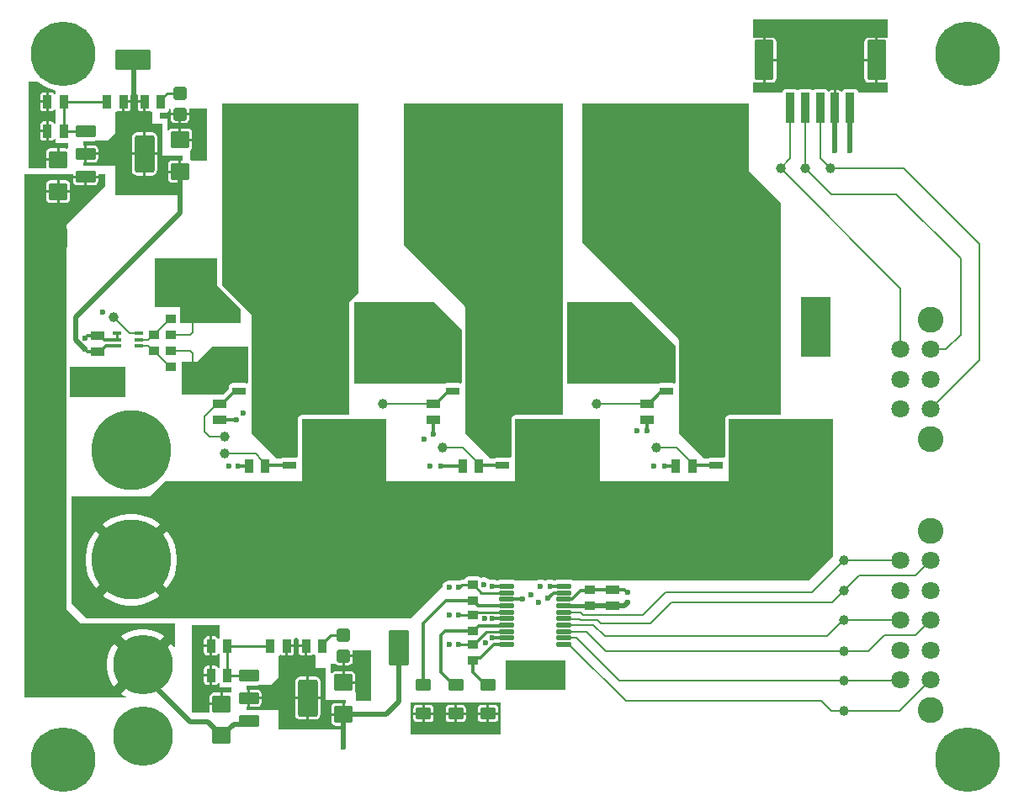
<source format=gtl>
G04*
G04 #@! TF.GenerationSoftware,Altium Limited,Altium Designer,23.3.1 (30)*
G04*
G04 Layer_Physical_Order=1*
G04 Layer_Color=255*
%FSLAX25Y25*%
%MOIN*%
G70*
G04*
G04 #@! TF.SameCoordinates,6A428117-56C8-45C2-912A-06D29EFC6305*
G04*
G04*
G04 #@! TF.FilePolarity,Positive*
G04*
G01*
G75*
%ADD12C,0.01575*%
%ADD13C,0.01000*%
G04:AMPARAMS|DCode=18|XSize=47.24mil|YSize=59.06mil|CornerRadius=3.54mil|HoleSize=0mil|Usage=FLASHONLY|Rotation=270.000|XOffset=0mil|YOffset=0mil|HoleType=Round|Shape=RoundedRectangle|*
%AMROUNDEDRECTD18*
21,1,0.04724,0.05197,0,0,270.0*
21,1,0.04016,0.05906,0,0,270.0*
1,1,0.00709,-0.02598,-0.02008*
1,1,0.00709,-0.02598,0.02008*
1,1,0.00709,0.02598,0.02008*
1,1,0.00709,0.02598,-0.02008*
%
%ADD18ROUNDEDRECTD18*%
G04:AMPARAMS|DCode=19|XSize=43.31mil|YSize=35.43mil|CornerRadius=2.66mil|HoleSize=0mil|Usage=FLASHONLY|Rotation=180.000|XOffset=0mil|YOffset=0mil|HoleType=Round|Shape=RoundedRectangle|*
%AMROUNDEDRECTD19*
21,1,0.04331,0.03012,0,0,180.0*
21,1,0.03799,0.03543,0,0,180.0*
1,1,0.00532,-0.01900,0.01506*
1,1,0.00532,0.01900,0.01506*
1,1,0.00532,0.01900,-0.01506*
1,1,0.00532,-0.01900,-0.01506*
%
%ADD19ROUNDEDRECTD19*%
G04:AMPARAMS|DCode=20|XSize=43.31mil|YSize=35.43mil|CornerRadius=3.54mil|HoleSize=0mil|Usage=FLASHONLY|Rotation=0.000|XOffset=0mil|YOffset=0mil|HoleType=Round|Shape=RoundedRectangle|*
%AMROUNDEDRECTD20*
21,1,0.04331,0.02835,0,0,0.0*
21,1,0.03622,0.03543,0,0,0.0*
1,1,0.00709,0.01811,-0.01417*
1,1,0.00709,-0.01811,-0.01417*
1,1,0.00709,-0.01811,0.01417*
1,1,0.00709,0.01811,0.01417*
%
%ADD20ROUNDEDRECTD20*%
G04:AMPARAMS|DCode=21|XSize=70.87mil|YSize=157.48mil|CornerRadius=7.09mil|HoleSize=0mil|Usage=FLASHONLY|Rotation=270.000|XOffset=0mil|YOffset=0mil|HoleType=Round|Shape=RoundedRectangle|*
%AMROUNDEDRECTD21*
21,1,0.07087,0.14331,0,0,270.0*
21,1,0.05669,0.15748,0,0,270.0*
1,1,0.01417,-0.07165,-0.02835*
1,1,0.01417,-0.07165,0.02835*
1,1,0.01417,0.07165,0.02835*
1,1,0.01417,0.07165,-0.02835*
%
%ADD21ROUNDEDRECTD21*%
G04:AMPARAMS|DCode=22|XSize=141.73mil|YSize=78.74mil|CornerRadius=5.91mil|HoleSize=0mil|Usage=FLASHONLY|Rotation=180.000|XOffset=0mil|YOffset=0mil|HoleType=Round|Shape=RoundedRectangle|*
%AMROUNDEDRECTD22*
21,1,0.14173,0.06693,0,0,180.0*
21,1,0.12992,0.07874,0,0,180.0*
1,1,0.01181,-0.06496,0.03347*
1,1,0.01181,0.06496,0.03347*
1,1,0.01181,0.06496,-0.03347*
1,1,0.01181,-0.06496,-0.03347*
%
%ADD22ROUNDEDRECTD22*%
%ADD23C,0.03937*%
G04:AMPARAMS|DCode=24|XSize=47.24mil|YSize=78.74mil|CornerRadius=5.91mil|HoleSize=0mil|Usage=FLASHONLY|Rotation=90.000|XOffset=0mil|YOffset=0mil|HoleType=Round|Shape=RoundedRectangle|*
%AMROUNDEDRECTD24*
21,1,0.04724,0.06693,0,0,90.0*
21,1,0.03543,0.07874,0,0,90.0*
1,1,0.01181,0.03347,0.01772*
1,1,0.01181,0.03347,-0.01772*
1,1,0.01181,-0.03347,-0.01772*
1,1,0.01181,-0.03347,0.01772*
%
%ADD24ROUNDEDRECTD24*%
G04:AMPARAMS|DCode=25|XSize=149.61mil|YSize=78.74mil|CornerRadius=9.84mil|HoleSize=0mil|Usage=FLASHONLY|Rotation=90.000|XOffset=0mil|YOffset=0mil|HoleType=Round|Shape=RoundedRectangle|*
%AMROUNDEDRECTD25*
21,1,0.14961,0.05906,0,0,90.0*
21,1,0.12992,0.07874,0,0,90.0*
1,1,0.01968,0.02953,0.06496*
1,1,0.01968,0.02953,-0.06496*
1,1,0.01968,-0.02953,-0.06496*
1,1,0.01968,-0.02953,0.06496*
%
%ADD25ROUNDEDRECTD25*%
G04:AMPARAMS|DCode=26|XSize=33.47mil|YSize=13.78mil|CornerRadius=3.45mil|HoleSize=0mil|Usage=FLASHONLY|Rotation=0.000|XOffset=0mil|YOffset=0mil|HoleType=Round|Shape=RoundedRectangle|*
%AMROUNDEDRECTD26*
21,1,0.03347,0.00689,0,0,0.0*
21,1,0.02657,0.01378,0,0,0.0*
1,1,0.00689,0.01329,-0.00345*
1,1,0.00689,-0.01329,-0.00345*
1,1,0.00689,-0.01329,0.00345*
1,1,0.00689,0.01329,0.00345*
%
%ADD26ROUNDEDRECTD26*%
G04:AMPARAMS|DCode=27|XSize=27.95mil|YSize=23.23mil|CornerRadius=2.9mil|HoleSize=0mil|Usage=FLASHONLY|Rotation=90.000|XOffset=0mil|YOffset=0mil|HoleType=Round|Shape=RoundedRectangle|*
%AMROUNDEDRECTD27*
21,1,0.02795,0.01742,0,0,90.0*
21,1,0.02215,0.02323,0,0,90.0*
1,1,0.00581,0.00871,0.01107*
1,1,0.00581,0.00871,-0.01107*
1,1,0.00581,-0.00871,-0.01107*
1,1,0.00581,-0.00871,0.01107*
%
%ADD27ROUNDEDRECTD27*%
G04:AMPARAMS|DCode=28|XSize=27.95mil|YSize=54.02mil|CornerRadius=3.49mil|HoleSize=0mil|Usage=FLASHONLY|Rotation=270.000|XOffset=0mil|YOffset=0mil|HoleType=Round|Shape=RoundedRectangle|*
%AMROUNDEDRECTD28*
21,1,0.02795,0.04703,0,0,270.0*
21,1,0.02097,0.05402,0,0,270.0*
1,1,0.00699,-0.02351,-0.01048*
1,1,0.00699,-0.02351,0.01048*
1,1,0.00699,0.02351,0.01048*
1,1,0.00699,0.02351,-0.01048*
%
%ADD28ROUNDEDRECTD28*%
G04:AMPARAMS|DCode=29|XSize=141.73mil|YSize=78.74mil|CornerRadius=5.91mil|HoleSize=0mil|Usage=FLASHONLY|Rotation=90.000|XOffset=0mil|YOffset=0mil|HoleType=Round|Shape=RoundedRectangle|*
%AMROUNDEDRECTD29*
21,1,0.14173,0.06693,0,0,90.0*
21,1,0.12992,0.07874,0,0,90.0*
1,1,0.01181,0.03347,0.06496*
1,1,0.01181,0.03347,-0.06496*
1,1,0.01181,-0.03347,-0.06496*
1,1,0.01181,-0.03347,0.06496*
%
%ADD29ROUNDEDRECTD29*%
G04:AMPARAMS|DCode=30|XSize=55.12mil|YSize=35.43mil|CornerRadius=2.66mil|HoleSize=0mil|Usage=FLASHONLY|Rotation=180.000|XOffset=0mil|YOffset=0mil|HoleType=Round|Shape=RoundedRectangle|*
%AMROUNDEDRECTD30*
21,1,0.05512,0.03012,0,0,180.0*
21,1,0.04980,0.03543,0,0,180.0*
1,1,0.00532,-0.02490,0.01506*
1,1,0.00532,0.02490,0.01506*
1,1,0.00532,0.02490,-0.01506*
1,1,0.00532,-0.02490,-0.01506*
%
%ADD30ROUNDEDRECTD30*%
G04:AMPARAMS|DCode=31|XSize=55.12mil|YSize=35.43mil|CornerRadius=2.66mil|HoleSize=0mil|Usage=FLASHONLY|Rotation=270.000|XOffset=0mil|YOffset=0mil|HoleType=Round|Shape=RoundedRectangle|*
%AMROUNDEDRECTD31*
21,1,0.05512,0.03012,0,0,270.0*
21,1,0.04980,0.03543,0,0,270.0*
1,1,0.00532,-0.01506,-0.02490*
1,1,0.00532,-0.01506,0.02490*
1,1,0.00532,0.01506,0.02490*
1,1,0.00532,0.01506,-0.02490*
%
%ADD31ROUNDEDRECTD31*%
G04:AMPARAMS|DCode=32|XSize=51.18mil|YSize=51.18mil|CornerRadius=5.12mil|HoleSize=0mil|Usage=FLASHONLY|Rotation=270.000|XOffset=0mil|YOffset=0mil|HoleType=Round|Shape=RoundedRectangle|*
%AMROUNDEDRECTD32*
21,1,0.05118,0.04095,0,0,270.0*
21,1,0.04095,0.05118,0,0,270.0*
1,1,0.01024,-0.02047,-0.02047*
1,1,0.01024,-0.02047,0.02047*
1,1,0.01024,0.02047,0.02047*
1,1,0.01024,0.02047,-0.02047*
%
%ADD32ROUNDEDRECTD32*%
G04:AMPARAMS|DCode=33|XSize=74.8mil|YSize=157.48mil|CornerRadius=5.61mil|HoleSize=0mil|Usage=FLASHONLY|Rotation=0.000|XOffset=0mil|YOffset=0mil|HoleType=Round|Shape=RoundedRectangle|*
%AMROUNDEDRECTD33*
21,1,0.07480,0.14626,0,0,0.0*
21,1,0.06358,0.15748,0,0,0.0*
1,1,0.01122,0.03179,-0.07313*
1,1,0.01122,-0.03179,-0.07313*
1,1,0.01122,-0.03179,0.07313*
1,1,0.01122,0.03179,0.07313*
%
%ADD33ROUNDEDRECTD33*%
G04:AMPARAMS|DCode=34|XSize=35.43mil|YSize=118.11mil|CornerRadius=2.66mil|HoleSize=0mil|Usage=FLASHONLY|Rotation=0.000|XOffset=0mil|YOffset=0mil|HoleType=Round|Shape=RoundedRectangle|*
%AMROUNDEDRECTD34*
21,1,0.03543,0.11280,0,0,0.0*
21,1,0.03012,0.11811,0,0,0.0*
1,1,0.00532,0.01506,-0.05640*
1,1,0.00532,-0.01506,-0.05640*
1,1,0.00532,-0.01506,0.05640*
1,1,0.00532,0.01506,0.05640*
%
%ADD34ROUNDEDRECTD34*%
G04:AMPARAMS|DCode=35|XSize=74.8mil|YSize=68.9mil|CornerRadius=6.89mil|HoleSize=0mil|Usage=FLASHONLY|Rotation=0.000|XOffset=0mil|YOffset=0mil|HoleType=Round|Shape=RoundedRectangle|*
%AMROUNDEDRECTD35*
21,1,0.07480,0.05512,0,0,0.0*
21,1,0.06102,0.06890,0,0,0.0*
1,1,0.01378,0.03051,-0.02756*
1,1,0.01378,-0.03051,-0.02756*
1,1,0.01378,-0.03051,0.02756*
1,1,0.01378,0.03051,0.02756*
%
%ADD35ROUNDEDRECTD35*%
G04:AMPARAMS|DCode=36|XSize=59.06mil|YSize=17.72mil|CornerRadius=2.22mil|HoleSize=0mil|Usage=FLASHONLY|Rotation=180.000|XOffset=0mil|YOffset=0mil|HoleType=Round|Shape=RoundedRectangle|*
%AMROUNDEDRECTD36*
21,1,0.05906,0.01329,0,0,180.0*
21,1,0.05463,0.01772,0,0,180.0*
1,1,0.00443,-0.02731,0.00664*
1,1,0.00443,0.02731,0.00664*
1,1,0.00443,0.02731,-0.00664*
1,1,0.00443,-0.02731,-0.00664*
%
%ADD36ROUNDEDRECTD36*%
%ADD62C,0.01181*%
%ADD63C,0.00803*%
%ADD64C,0.01968*%
%ADD65C,0.23622*%
%ADD66C,0.25591*%
%ADD67C,0.31496*%
%ADD68C,0.10236*%
%ADD69C,0.07087*%
%ADD70C,0.10039*%
%ADD71C,0.02362*%
G36*
X344488Y303731D02*
X343988Y303464D01*
X343749Y303624D01*
X343140Y303745D01*
X340461D01*
Y294841D01*
Y285936D01*
X343140D01*
X343749Y286057D01*
X343988Y286217D01*
X344488Y285950D01*
Y281890D01*
X332735D01*
X332669Y282223D01*
X332262Y282832D01*
X331653Y283239D01*
X330935Y283382D01*
X327923D01*
X327205Y283239D01*
X326596Y282832D01*
X326431Y282585D01*
X325942Y282418D01*
X325523Y282697D01*
X325029Y282796D01*
X324024D01*
Y275865D01*
X323024D01*
Y282796D01*
X322018D01*
X321524Y282697D01*
X321105Y282418D01*
X320616Y282585D01*
X320451Y282832D01*
X319842Y283239D01*
X319124Y283382D01*
X316112D01*
X315394Y283239D01*
X315035Y282999D01*
X314665Y282873D01*
X314296Y282999D01*
X313937Y283239D01*
X313218Y283382D01*
X310207D01*
X309489Y283239D01*
X309130Y282999D01*
X308760Y282873D01*
X308390Y282999D01*
X308031Y283239D01*
X307313Y283382D01*
X304301D01*
X303583Y283239D01*
X302974Y282832D01*
X302567Y282223D01*
X302501Y281890D01*
X290945D01*
Y285950D01*
X291445Y286217D01*
X291684Y286057D01*
X292293Y285936D01*
X294972D01*
Y294841D01*
Y303745D01*
X292293D01*
X291684Y303624D01*
X291445Y303464D01*
X290945Y303731D01*
Y311024D01*
X344488D01*
Y303731D01*
D02*
G37*
G36*
X8099Y285983D02*
X9979Y284617D01*
X12049Y283562D01*
X14259Y282844D01*
X14764Y282764D01*
Y281435D01*
X14728Y281254D01*
X14218D01*
X14216Y281264D01*
X13936Y281682D01*
X13518Y281962D01*
X13024Y282060D01*
X12018D01*
Y278280D01*
Y274499D01*
X13024D01*
X13518Y274597D01*
X13936Y274877D01*
X14216Y275296D01*
X14218Y275305D01*
X14728D01*
X14764Y275124D01*
Y269821D01*
X14728Y269640D01*
X14218D01*
X14216Y269649D01*
X13936Y270068D01*
X13518Y270348D01*
X13024Y270446D01*
X12018D01*
Y266665D01*
Y262885D01*
X13024D01*
X13518Y262983D01*
X13936Y263263D01*
X14216Y263681D01*
X14218Y263691D01*
X14728D01*
X14764Y263510D01*
Y261811D01*
X19685D01*
Y260066D01*
X19185Y259716D01*
X18799Y259793D01*
X16248D01*
Y255315D01*
X15748D01*
Y254815D01*
X10975D01*
Y252559D01*
X11015Y252355D01*
X10698Y251969D01*
X3937D01*
Y286417D01*
X7664D01*
X8099Y285983D01*
D02*
G37*
G36*
X47206Y280770D02*
Y278780D01*
X50002D01*
Y278280D01*
X50502D01*
Y274499D01*
X51508D01*
X52002Y274597D01*
X52165Y274706D01*
X53015Y274383D01*
X53150Y274270D01*
Y269685D01*
X57087D01*
Y256890D01*
X64961D01*
Y255068D01*
X64476D01*
Y250590D01*
Y246113D01*
X64961D01*
Y241142D01*
X38386D01*
Y252953D01*
X25591D01*
Y254217D01*
X26077D01*
Y257610D01*
Y261004D01*
X25591D01*
Y262686D01*
X29923D01*
X30473Y262795D01*
X35433D01*
X38386Y265748D01*
Y274273D01*
X38530Y274392D01*
X39370Y274709D01*
X39538Y274597D01*
X40032Y274499D01*
X41038D01*
Y278280D01*
X41538D01*
Y278780D01*
X44334D01*
Y280770D01*
X45174Y281496D01*
X46366D01*
X47206Y280770D01*
D02*
G37*
G36*
X74803Y254921D02*
X68698D01*
X68660Y254978D01*
X67913Y255477D01*
Y258858D01*
X67913Y258858D01*
X67913D01*
X68230Y259206D01*
X68245Y259215D01*
X68619Y259774D01*
X68750Y260433D01*
Y262689D01*
X63976D01*
Y263189D01*
X63476D01*
Y267667D01*
X60925D01*
X60266Y267536D01*
X59707Y267162D01*
X59555Y266934D01*
X59055Y267086D01*
Y271654D01*
X56102D01*
Y273913D01*
X58004D01*
X58722Y274056D01*
X59331Y274463D01*
X59738Y275071D01*
X59828Y275525D01*
X59912Y275530D01*
X60388Y275075D01*
Y273925D01*
X63976D01*
X67565D01*
Y275472D01*
X67662Y275590D01*
X74803D01*
Y254921D01*
D02*
G37*
G36*
X34252Y244882D02*
X18898Y229528D01*
Y77165D01*
X24409Y71653D01*
X62008D01*
Y62296D01*
X61522Y62179D01*
X61335Y62546D01*
X60531Y63653D01*
X50604Y53726D01*
X40678Y43800D01*
X41784Y42996D01*
X42538Y42612D01*
X42421Y42126D01*
X2362D01*
Y249606D01*
X21609D01*
Y249055D01*
X26577D01*
X31545D01*
Y249606D01*
X34252D01*
Y244882D01*
D02*
G37*
G36*
X78740Y205512D02*
X79361Y204891D01*
X79573Y204573D01*
X88189Y195958D01*
Y190551D01*
X64173D01*
Y196850D01*
X59055D01*
X59055Y196850D01*
X54134Y196850D01*
Y216142D01*
X78740D01*
Y205512D01*
D02*
G37*
G36*
X321850Y177165D02*
X310039D01*
Y200787D01*
X321850D01*
Y177165D01*
D02*
G37*
G36*
X260205Y181724D02*
X260205Y167027D01*
X260144Y166942D01*
X259705Y166662D01*
X259162Y166770D01*
X254460D01*
X253709Y166621D01*
X253581Y166535D01*
X217520D01*
Y198819D01*
X243110D01*
X260205Y181724D01*
D02*
G37*
G36*
X90914Y166981D02*
X90414Y166662D01*
X89871Y166770D01*
X85168D01*
X84418Y166621D01*
X83781Y166195D01*
X83356Y165559D01*
X83206Y164808D01*
Y164702D01*
X80905Y162402D01*
X64567D01*
Y175197D01*
X70866D01*
X76772Y181102D01*
X90914D01*
Y166981D01*
D02*
G37*
G36*
X175560Y188023D02*
Y167027D01*
X175499Y166942D01*
X175060Y166662D01*
X174517Y166770D01*
X169814D01*
X169063Y166621D01*
X168936Y166535D01*
X132874D01*
Y198517D01*
X133176Y198819D01*
X164764D01*
X175560Y188023D01*
D02*
G37*
G36*
X42520Y161417D02*
X20503D01*
Y173228D01*
X42520D01*
Y161417D01*
D02*
G37*
G36*
X215551Y154165D02*
X196850D01*
X196236Y154042D01*
X195715Y153694D01*
X195367Y153173D01*
X195245Y152559D01*
Y137453D01*
X194745Y137134D01*
X194202Y137242D01*
X189499D01*
X188748Y137093D01*
X188326Y136811D01*
X187008D01*
X177165Y146653D01*
Y196850D01*
X152559Y221457D01*
Y277559D01*
X215551D01*
Y154165D01*
D02*
G37*
G36*
X289370Y250984D02*
X302165Y238189D01*
X302165Y154165D01*
X281496D01*
X280882Y154042D01*
X280361Y153694D01*
X280013Y153173D01*
X279890Y152559D01*
Y137453D01*
X279390Y137134D01*
X278848Y137242D01*
X274145D01*
X273394Y137093D01*
X272972Y136811D01*
X271654D01*
X261811Y146653D01*
X261811Y184055D01*
X223425Y222441D01*
Y277559D01*
X289370D01*
Y250984D01*
D02*
G37*
G36*
X134843Y202756D02*
X130905Y198819D01*
X130905Y154165D01*
X112205D01*
X111590Y154042D01*
X111069Y153694D01*
X110721Y153173D01*
X110599Y152559D01*
Y137453D01*
X110099Y137134D01*
X109556Y137242D01*
X104853D01*
X104103Y137093D01*
X103681Y136811D01*
X102362D01*
X92520Y146653D01*
Y193898D01*
X80709Y205709D01*
Y277559D01*
X134843D01*
Y202756D01*
D02*
G37*
G36*
X322835Y98425D02*
X312992Y88583D01*
X219712D01*
X219574Y88675D01*
X218873Y88815D01*
X213410D01*
X212710Y88675D01*
X212571Y88583D01*
X212185D01*
X211743Y88838D01*
X211042Y89026D01*
X210316D01*
X209615Y88838D01*
X209173Y88583D01*
X208248D01*
X207806Y88838D01*
X207105Y89026D01*
X206379D01*
X205678Y88838D01*
X205237Y88583D01*
X196878D01*
X196739Y88675D01*
X196038Y88815D01*
X190576D01*
X189875Y88675D01*
X189736Y88583D01*
X189350D01*
X188908Y88838D01*
X188207Y89026D01*
X187482D01*
X186781Y88838D01*
X186676Y88777D01*
X186190Y89262D01*
X185562Y89625D01*
X184861Y89813D01*
X184135D01*
X183434Y89625D01*
X183349Y89576D01*
X183320Y89619D01*
X182682Y90045D01*
X181929Y90195D01*
X178307D01*
X177554Y90045D01*
X176916Y89619D01*
X176490Y88981D01*
X176479Y88927D01*
X175602D01*
X174793Y88765D01*
X174519Y88583D01*
X170276D01*
X170264Y88571D01*
X169606Y88395D01*
X168977Y88032D01*
X168464Y87519D01*
X168101Y86891D01*
X167925Y86232D01*
X155315Y73622D01*
X26772Y73622D01*
X20866Y79528D01*
X20866Y122047D01*
X52165Y122047D01*
X58071Y127953D01*
X112205D01*
Y152559D01*
X145669D01*
Y127953D01*
X196850D01*
Y152559D01*
X230315D01*
Y127953D01*
X281496D01*
Y152559D01*
X322835D01*
Y98425D01*
D02*
G37*
G36*
X79535Y65842D02*
X79499Y65662D01*
X78989D01*
X78987Y65671D01*
X78708Y66090D01*
X78289Y66369D01*
X77795Y66468D01*
X76789D01*
Y62687D01*
Y58906D01*
X77795D01*
X78289Y59004D01*
X78708Y59284D01*
X78987Y59703D01*
X78989Y59712D01*
X79499D01*
X79535Y59531D01*
Y54228D01*
X79499Y54047D01*
X78989D01*
X78987Y54057D01*
X78708Y54475D01*
X78289Y54755D01*
X77795Y54853D01*
X76789D01*
Y51073D01*
Y47292D01*
X77795D01*
X78289Y47390D01*
X78708Y47670D01*
X78987Y48089D01*
X78989Y48098D01*
X79499D01*
X79535Y47917D01*
Y46218D01*
X84456D01*
Y44475D01*
X83956Y44124D01*
X83573Y44200D01*
X81021D01*
Y39722D01*
X80522D01*
Y39222D01*
X75748D01*
Y36966D01*
X75789Y36762D01*
X75472Y36376D01*
X68708D01*
Y70825D01*
X79535D01*
Y65842D01*
D02*
G37*
G36*
X111091Y65177D02*
Y63187D01*
X113888D01*
Y62687D01*
X114388D01*
Y58906D01*
X115394D01*
X115887Y59004D01*
X116219Y59226D01*
X116387Y59272D01*
X117382Y59123D01*
X117551Y58870D01*
X117821Y58690D01*
Y54092D01*
X121758D01*
Y41297D01*
X129632D01*
Y40000D01*
X129250D01*
Y35522D01*
Y31044D01*
X129632D01*
Y29486D01*
X103057D01*
Y37360D01*
X90262D01*
Y38624D01*
X90748D01*
Y42018D01*
Y45411D01*
X90262D01*
Y47093D01*
X94594D01*
X95144Y47203D01*
X100104D01*
X103057Y50155D01*
Y58681D01*
X103201Y58799D01*
X104041Y59117D01*
X104209Y59004D01*
X104703Y58906D01*
X105709D01*
Y62687D01*
X106209D01*
Y63187D01*
X109005D01*
Y65177D01*
X109845Y65903D01*
X110251D01*
X111091Y65177D01*
D02*
G37*
G36*
X139577Y40945D02*
X133671D01*
Y44053D01*
X133558D01*
X133290Y44553D01*
X133392Y44705D01*
X133523Y45364D01*
Y47620D01*
X128750D01*
Y48120D01*
X128250D01*
Y52598D01*
X125699D01*
X125040Y52467D01*
X124481Y52094D01*
X124329Y51866D01*
X123829Y52017D01*
Y55512D01*
X125593D01*
X125613Y55483D01*
X126113Y55149D01*
X126703Y55031D01*
X128250D01*
Y58620D01*
X128750D01*
Y59120D01*
X132339D01*
Y60667D01*
X132436Y60785D01*
X139577D01*
Y40945D01*
D02*
G37*
G36*
X216535Y45276D02*
X192913D01*
Y57087D01*
X216535D01*
Y45276D01*
D02*
G37*
G36*
X190945Y27559D02*
X155512D01*
Y40354D01*
X190945D01*
Y27559D01*
D02*
G37*
%LPC*%
G36*
X339461Y303745D02*
X336782D01*
X336172Y303624D01*
X335656Y303279D01*
X335311Y302763D01*
X335190Y302154D01*
Y295341D01*
X339461D01*
Y303745D01*
D02*
G37*
G36*
X298652D02*
X295972D01*
Y295341D01*
X300243D01*
Y302154D01*
X300122Y302763D01*
X299777Y303279D01*
X299261Y303624D01*
X298652Y303745D01*
D02*
G37*
G36*
X339461Y294341D02*
X335190D01*
Y287528D01*
X335311Y286919D01*
X335656Y286402D01*
X336172Y286057D01*
X336782Y285936D01*
X339461D01*
Y294341D01*
D02*
G37*
G36*
X300243D02*
X295972D01*
Y285936D01*
X298652D01*
X299261Y286057D01*
X299777Y286402D01*
X300122Y286919D01*
X300243Y287528D01*
Y294341D01*
D02*
G37*
G36*
X11018Y282060D02*
X10012D01*
X9518Y281962D01*
X9099Y281682D01*
X8820Y281264D01*
X8721Y280770D01*
Y278780D01*
X11018D01*
Y282060D01*
D02*
G37*
G36*
Y277780D02*
X8721D01*
Y275789D01*
X8820Y275296D01*
X9099Y274877D01*
X9518Y274597D01*
X10012Y274499D01*
X11018D01*
Y277780D01*
D02*
G37*
G36*
X11018Y270446D02*
X10012D01*
X9518Y270348D01*
X9099Y270068D01*
X8820Y269649D01*
X8721Y269156D01*
Y267165D01*
X11018D01*
Y270446D01*
D02*
G37*
G36*
Y266165D02*
X8721D01*
Y264175D01*
X8820Y263681D01*
X9099Y263263D01*
X9518Y262983D01*
X10012Y262885D01*
X11018D01*
Y266165D01*
D02*
G37*
G36*
X15248Y259793D02*
X12697D01*
X12038Y259662D01*
X11479Y259289D01*
X11106Y258730D01*
X10975Y258071D01*
Y255815D01*
X15248D01*
Y259793D01*
D02*
G37*
G36*
X49502Y277780D02*
X47206D01*
Y275789D01*
X47304Y275296D01*
X47584Y274877D01*
X48002Y274597D01*
X48496Y274499D01*
X49502D01*
Y277780D01*
D02*
G37*
G36*
X44334Y277780D02*
X42038D01*
Y274499D01*
X43044D01*
X43537Y274597D01*
X43956Y274877D01*
X44236Y275296D01*
X44334Y275789D01*
Y277780D01*
D02*
G37*
G36*
X52955Y266129D02*
X50502D01*
Y258110D01*
X54978D01*
Y264106D01*
X54824Y264881D01*
X54386Y265537D01*
X53729Y265975D01*
X52955Y266129D01*
D02*
G37*
G36*
X49502D02*
X47049D01*
X46275Y265975D01*
X45619Y265537D01*
X45180Y264881D01*
X45026Y264106D01*
Y258110D01*
X49502D01*
Y266129D01*
D02*
G37*
G36*
X29923Y261004D02*
X27077D01*
Y258110D01*
X31545D01*
Y259382D01*
X31422Y260003D01*
X31070Y260529D01*
X30544Y260880D01*
X29923Y261004D01*
D02*
G37*
G36*
X31545Y257110D02*
X27077D01*
Y254217D01*
X29923D01*
X30544Y254340D01*
X31070Y254692D01*
X31422Y255218D01*
X31545Y255839D01*
Y257110D01*
D02*
G37*
G36*
X63476Y255068D02*
X60925D01*
X60266Y254937D01*
X59707Y254564D01*
X59334Y254005D01*
X59203Y253346D01*
Y251091D01*
X63476D01*
Y255068D01*
D02*
G37*
G36*
X54978Y257110D02*
X50502D01*
Y249091D01*
X52955D01*
X53729Y249245D01*
X54386Y249684D01*
X54824Y250340D01*
X54978Y251114D01*
Y257110D01*
D02*
G37*
G36*
X49502D02*
X45026D01*
Y251114D01*
X45180Y250340D01*
X45619Y249684D01*
X46275Y249245D01*
X47049Y249091D01*
X49502D01*
Y257110D01*
D02*
G37*
G36*
X63476Y250091D02*
X59203D01*
Y247835D01*
X59334Y247176D01*
X59707Y246617D01*
X60266Y246244D01*
X60925Y246113D01*
X63476D01*
Y250091D01*
D02*
G37*
G36*
X67565Y272925D02*
X64476D01*
Y269836D01*
X66024D01*
X66614Y269954D01*
X67114Y270288D01*
X67448Y270788D01*
X67565Y271378D01*
Y272925D01*
D02*
G37*
G36*
X63476D02*
X60388D01*
Y271378D01*
X60505Y270788D01*
X60839Y270288D01*
X61339Y269954D01*
X61929Y269836D01*
X63476D01*
Y272925D01*
D02*
G37*
G36*
X67028Y267667D02*
X64476D01*
Y263689D01*
X68750D01*
Y265945D01*
X68619Y266604D01*
X68245Y267162D01*
X67687Y267536D01*
X67028Y267667D01*
D02*
G37*
G36*
X31545Y248055D02*
X27077D01*
Y245162D01*
X29923D01*
X30544Y245285D01*
X31070Y245637D01*
X31422Y246163D01*
X31545Y246783D01*
Y248055D01*
D02*
G37*
G36*
X26077D02*
X21609D01*
Y246783D01*
X21732Y246163D01*
X22084Y245637D01*
X22610Y245285D01*
X23231Y245162D01*
X26077D01*
Y248055D01*
D02*
G37*
G36*
X18799Y247195D02*
X16248D01*
Y243216D01*
X20521D01*
Y245472D01*
X20390Y246131D01*
X20017Y246690D01*
X19458Y247063D01*
X18799Y247195D01*
D02*
G37*
G36*
X15248D02*
X12697D01*
X12038Y247063D01*
X11479Y246690D01*
X11106Y246131D01*
X10975Y245472D01*
Y243216D01*
X15248D01*
Y247195D01*
D02*
G37*
G36*
X20521Y242216D02*
X16248D01*
Y238239D01*
X18799D01*
X19458Y238370D01*
X20017Y238743D01*
X20390Y239302D01*
X20521Y239961D01*
Y242216D01*
D02*
G37*
G36*
X15248D02*
X10975D01*
Y239961D01*
X11106Y239302D01*
X11479Y238743D01*
X12038Y238370D01*
X12697Y238239D01*
X15248D01*
Y242216D01*
D02*
G37*
G36*
X50328Y69291D02*
X48097D01*
X45894Y68942D01*
X43772Y68253D01*
X41784Y67240D01*
X40678Y66436D01*
X49213Y57902D01*
X57747Y66436D01*
X56641Y67240D01*
X54653Y68253D01*
X52531Y68942D01*
X50328Y69291D01*
D02*
G37*
G36*
X37894Y63653D02*
X37091Y62546D01*
X36078Y60559D01*
X35388Y58437D01*
X35039Y56234D01*
Y54003D01*
X35388Y51799D01*
X36078Y49678D01*
X37091Y47690D01*
X37894Y46584D01*
X46429Y55118D01*
X37894Y63653D01*
D02*
G37*
G36*
X45872Y114961D02*
X43498D01*
X41144Y114651D01*
X38851Y114036D01*
X36658Y113128D01*
X34602Y111941D01*
X33344Y110976D01*
X44685Y99634D01*
X56026Y110976D01*
X54768Y111941D01*
X52712Y113128D01*
X50519Y114036D01*
X48226Y114651D01*
X45872Y114961D01*
D02*
G37*
G36*
X30560Y108192D02*
X29595Y106933D01*
X28408Y104877D01*
X27499Y102684D01*
X26885Y100391D01*
X26575Y98037D01*
Y95663D01*
X26885Y93310D01*
X27499Y91017D01*
X28408Y88823D01*
X29595Y86767D01*
X30560Y85509D01*
X41901Y96850D01*
X30560Y108192D01*
D02*
G37*
G36*
X58810Y108192D02*
X47469Y96850D01*
X58810Y85509D01*
X59776Y86767D01*
X60962Y88823D01*
X61871Y91017D01*
X62485Y93310D01*
X62795Y95663D01*
Y98037D01*
X62485Y100391D01*
X61871Y102684D01*
X60962Y104877D01*
X59776Y106933D01*
X58810Y108192D01*
D02*
G37*
G36*
X44685Y94067D02*
X33344Y82725D01*
X34602Y81760D01*
X36658Y80573D01*
X38851Y79664D01*
X41144Y79050D01*
X43498Y78740D01*
X45872D01*
X48226Y79050D01*
X50519Y79664D01*
X52712Y80573D01*
X54768Y81760D01*
X56026Y82725D01*
X44685Y94067D01*
D02*
G37*
G36*
X75789Y66468D02*
X74783D01*
X74290Y66369D01*
X73871Y66090D01*
X73591Y65671D01*
X73493Y65177D01*
Y63187D01*
X75789D01*
Y66468D01*
D02*
G37*
G36*
Y62187D02*
X73493D01*
Y60197D01*
X73591Y59703D01*
X73871Y59284D01*
X74290Y59004D01*
X74783Y58906D01*
X75789D01*
Y62187D01*
D02*
G37*
G36*
X75789Y54853D02*
X74783D01*
X74290Y54755D01*
X73871Y54475D01*
X73591Y54057D01*
X73493Y53563D01*
Y51573D01*
X75789D01*
Y54853D01*
D02*
G37*
G36*
Y50573D02*
X73493D01*
Y48583D01*
X73591Y48089D01*
X73871Y47670D01*
X74290Y47390D01*
X74783Y47292D01*
X75789D01*
Y50573D01*
D02*
G37*
G36*
X80022Y44200D02*
X77470D01*
X76811Y44069D01*
X76253Y43696D01*
X75879Y43137D01*
X75748Y42478D01*
Y40222D01*
X80022D01*
Y44200D01*
D02*
G37*
G36*
X113388Y62187D02*
X111091D01*
Y60197D01*
X111189Y59703D01*
X111469Y59284D01*
X111888Y59004D01*
X112382Y58906D01*
X113388D01*
Y62187D01*
D02*
G37*
G36*
X109005D02*
X106709D01*
Y58906D01*
X107714D01*
X108208Y59004D01*
X108627Y59284D01*
X108907Y59703D01*
X109005Y60197D01*
Y62187D01*
D02*
G37*
G36*
X117626Y50537D02*
X115173D01*
Y42518D01*
X119649D01*
Y48514D01*
X119495Y49288D01*
X119056Y49944D01*
X118400Y50383D01*
X117626Y50537D01*
D02*
G37*
G36*
X94594Y45411D02*
X91748D01*
Y42518D01*
X96216D01*
Y43789D01*
X96093Y44410D01*
X95741Y44936D01*
X95215Y45288D01*
X94594Y45411D01*
D02*
G37*
G36*
X114173Y50537D02*
X111720D01*
X110946Y50383D01*
X110290Y49944D01*
X109851Y49288D01*
X109697Y48514D01*
Y42518D01*
X114173D01*
Y50537D01*
D02*
G37*
G36*
X96216Y41518D02*
X91748D01*
Y38624D01*
X94594D01*
X95215Y38748D01*
X95741Y39099D01*
X96093Y39625D01*
X96216Y40246D01*
Y41518D01*
D02*
G37*
G36*
X128250Y40000D02*
X125699D01*
X125040Y39869D01*
X124481Y39495D01*
X124108Y38936D01*
X123977Y38278D01*
Y36022D01*
X128250D01*
Y40000D01*
D02*
G37*
G36*
X119649Y41518D02*
X115173D01*
Y33498D01*
X117626D01*
X118400Y33652D01*
X119056Y34091D01*
X119495Y34747D01*
X119649Y35522D01*
Y41518D01*
D02*
G37*
G36*
X114173D02*
X109697D01*
Y35522D01*
X109851Y34747D01*
X110290Y34091D01*
X110946Y33652D01*
X111720Y33498D01*
X114173D01*
Y41518D01*
D02*
G37*
G36*
X128250Y35022D02*
X123977D01*
Y32766D01*
X124108Y32107D01*
X124481Y31548D01*
X125040Y31175D01*
X125699Y31044D01*
X128250D01*
Y35022D01*
D02*
G37*
G36*
X132339Y58120D02*
X129250D01*
Y55031D01*
X130797D01*
X131387Y55149D01*
X131887Y55483D01*
X132221Y55983D01*
X132339Y56573D01*
Y58120D01*
D02*
G37*
G36*
X131801Y52598D02*
X129250D01*
Y48620D01*
X133523D01*
Y50876D01*
X133392Y51535D01*
X133019Y52094D01*
X132460Y52467D01*
X131801Y52598D01*
D02*
G37*
G36*
X163031Y39215D02*
X160933D01*
Y36327D01*
X164412D01*
Y37835D01*
X164307Y38363D01*
X164008Y38811D01*
X163560Y39110D01*
X163031Y39215D01*
D02*
G37*
G36*
X159933D02*
X157835D01*
X157306Y39110D01*
X156858Y38811D01*
X156559Y38363D01*
X156454Y37835D01*
Y36327D01*
X159933D01*
Y39215D01*
D02*
G37*
G36*
X188622D02*
X186524D01*
Y36327D01*
X190003D01*
Y37835D01*
X189898Y38363D01*
X189599Y38811D01*
X189151Y39110D01*
X188622Y39215D01*
D02*
G37*
G36*
X175827D02*
X173728D01*
Y36327D01*
X177208D01*
Y37835D01*
X177102Y38363D01*
X176803Y38811D01*
X176355Y39110D01*
X175827Y39215D01*
D02*
G37*
G36*
X185524D02*
X183425D01*
X182897Y39110D01*
X182449Y38811D01*
X182150Y38363D01*
X182044Y37835D01*
Y36327D01*
X185524D01*
Y39215D01*
D02*
G37*
G36*
X172728D02*
X170630D01*
X170101Y39110D01*
X169653Y38811D01*
X169354Y38363D01*
X169249Y37835D01*
Y36327D01*
X172728D01*
Y39215D01*
D02*
G37*
G36*
X190003Y35327D02*
X186524D01*
Y32438D01*
X188622D01*
X189151Y32543D01*
X189599Y32842D01*
X189898Y33290D01*
X190003Y33819D01*
Y35327D01*
D02*
G37*
G36*
X185524D02*
X182044D01*
Y33819D01*
X182150Y33290D01*
X182449Y32842D01*
X182897Y32543D01*
X183425Y32438D01*
X185524D01*
Y35327D01*
D02*
G37*
G36*
X177208D02*
X173728D01*
Y32438D01*
X175827D01*
X176355Y32543D01*
X176803Y32842D01*
X177102Y33290D01*
X177208Y33819D01*
Y35327D01*
D02*
G37*
G36*
X172728D02*
X169249D01*
Y33819D01*
X169354Y33290D01*
X169653Y32842D01*
X170101Y32543D01*
X170630Y32438D01*
X172728D01*
Y35327D01*
D02*
G37*
G36*
X164412Y35327D02*
X160933D01*
Y32438D01*
X163031D01*
X163560Y32543D01*
X164008Y32842D01*
X164307Y33290D01*
X164412Y33819D01*
Y35327D01*
D02*
G37*
G36*
X159933D02*
X156454D01*
Y33819D01*
X156559Y33290D01*
X156858Y32842D01*
X157306Y32543D01*
X157835Y32438D01*
X159933D01*
Y35327D01*
D02*
G37*
%LPD*%
D12*
X226378Y78543D02*
X226427Y78494D01*
X216191Y78592D02*
X226329D01*
X216142Y78642D02*
X216191Y78592D01*
X226329D02*
X226378Y78543D01*
D13*
X38976Y184055D02*
Y186614D01*
X120384Y63671D02*
X123600Y66888D01*
X120384Y62687D02*
Y63671D01*
X123600Y66888D02*
X128750D01*
X82685Y62687D02*
X99713D01*
X82685Y51073D02*
Y62687D01*
Y51073D02*
X91248D01*
X58927Y281693D02*
X63976D01*
X56498Y278280D02*
Y279264D01*
X58927Y281693D01*
X18014Y266665D02*
X26577D01*
X18014D02*
Y278280D01*
X35041D01*
X180118Y86811D02*
X180315D01*
X175602D02*
X180118D01*
X174409Y75000D02*
X180118D01*
X181197Y76079D01*
X174618Y85827D02*
X175602Y86811D01*
X174409Y85827D02*
X174618D01*
X174409Y63189D02*
X180118D01*
X193258Y81152D02*
X193307Y81201D01*
X187795Y65748D02*
X187845Y65797D01*
X193258D02*
X193307Y65846D01*
X180315Y86811D02*
X183366Y83760D01*
X193307D01*
X181197Y76079D02*
X193303D01*
X193307Y76083D01*
X180118Y63189D02*
X180315D01*
X185531Y68405D02*
X193307D01*
X180315Y63189D02*
X185531Y68405D01*
D18*
X160433Y47244D02*
D03*
Y35827D02*
D03*
X173228Y47244D02*
D03*
Y35827D02*
D03*
X186024Y47244D02*
D03*
Y35827D02*
D03*
D19*
X60236Y192244D02*
D03*
Y185945D02*
D03*
Y173228D02*
D03*
Y179527D02*
D03*
D20*
X53543Y179587D02*
D03*
Y185886D02*
D03*
X226378Y78543D02*
D03*
Y84842D02*
D03*
X180118Y80512D02*
D03*
Y86811D02*
D03*
Y68701D02*
D03*
Y75000D02*
D03*
Y56890D02*
D03*
Y63189D02*
D03*
D21*
X72579Y194291D02*
D03*
Y171181D02*
D03*
D22*
X230315Y172244D02*
D03*
X145669D02*
D03*
X45276Y294882D02*
D03*
X204724Y51181D02*
D03*
X12205Y224410D02*
D03*
X31496Y167323D02*
D03*
D23*
X37795Y192913D02*
D03*
X168110Y141425D02*
D03*
X144488Y158760D02*
D03*
X229134D02*
D03*
X81693Y138779D02*
D03*
Y145669D02*
D03*
X321555Y251969D02*
D03*
X311713D02*
D03*
X301870D02*
D03*
X326969Y60630D02*
D03*
Y72835D02*
D03*
Y48819D02*
D03*
Y37008D02*
D03*
Y84646D02*
D03*
Y96457D02*
D03*
X252756Y141425D02*
D03*
D24*
X91248Y51073D02*
D03*
Y42018D02*
D03*
Y32963D02*
D03*
X26577Y266665D02*
D03*
Y257610D02*
D03*
Y248555D02*
D03*
D25*
X114673Y42018D02*
D03*
X50002Y257610D02*
D03*
D26*
X47638Y186614D02*
D03*
Y184055D02*
D03*
Y181496D02*
D03*
X38976D02*
D03*
Y184055D02*
D03*
Y186614D02*
D03*
D27*
X280161Y178760D02*
D03*
Y173760D02*
D03*
Y168760D02*
D03*
Y163760D02*
D03*
X299847Y149232D02*
D03*
Y144232D02*
D03*
Y139232D02*
D03*
Y134232D02*
D03*
X195516Y178760D02*
D03*
Y173760D02*
D03*
Y168760D02*
D03*
Y163760D02*
D03*
X215201Y149232D02*
D03*
Y144232D02*
D03*
Y139232D02*
D03*
Y134232D02*
D03*
X110870Y178760D02*
D03*
Y173760D02*
D03*
Y168760D02*
D03*
Y163760D02*
D03*
X130555Y149232D02*
D03*
Y144232D02*
D03*
Y139232D02*
D03*
Y134232D02*
D03*
D28*
X256811Y178760D02*
D03*
Y173760D02*
D03*
Y163760D02*
D03*
Y168760D02*
D03*
X276496Y149232D02*
D03*
Y144232D02*
D03*
Y134232D02*
D03*
Y139232D02*
D03*
X172165Y178760D02*
D03*
Y173760D02*
D03*
Y163760D02*
D03*
Y168760D02*
D03*
X191850Y149232D02*
D03*
Y144232D02*
D03*
Y134232D02*
D03*
Y139232D02*
D03*
X87520Y178760D02*
D03*
Y173760D02*
D03*
Y163760D02*
D03*
Y168760D02*
D03*
X107205Y149232D02*
D03*
Y144232D02*
D03*
Y134232D02*
D03*
Y139232D02*
D03*
D29*
X315945Y188976D02*
D03*
X150591Y61848D02*
D03*
X315945Y141732D02*
D03*
D30*
X249016Y158760D02*
D03*
Y152264D02*
D03*
X164370Y158760D02*
D03*
Y152264D02*
D03*
X79724Y158760D02*
D03*
Y152264D02*
D03*
X31496Y179232D02*
D03*
Y185728D02*
D03*
X235236Y84941D02*
D03*
Y78445D02*
D03*
D31*
X113888Y62687D02*
D03*
X120384D02*
D03*
X50002Y278280D02*
D03*
X56498D02*
D03*
X82785Y51073D02*
D03*
X76289D02*
D03*
X18014Y266665D02*
D03*
X11518D02*
D03*
X106209Y62687D02*
D03*
X99713D02*
D03*
X41538Y278280D02*
D03*
X35041D02*
D03*
X267028Y133858D02*
D03*
X260531D02*
D03*
X182382D02*
D03*
X175886D02*
D03*
X97736D02*
D03*
X91240D02*
D03*
X76289Y62687D02*
D03*
X82785D02*
D03*
X11518Y278280D02*
D03*
X18014D02*
D03*
D32*
X128750Y66888D02*
D03*
Y58620D02*
D03*
X63976Y281693D02*
D03*
Y273425D02*
D03*
D33*
X339961Y294841D02*
D03*
X295472D02*
D03*
D34*
X317618Y275865D02*
D03*
X329429D02*
D03*
X311713D02*
D03*
X305807D02*
D03*
X323524D02*
D03*
D35*
X128750Y35522D02*
D03*
Y48120D02*
D03*
X63976Y250590D02*
D03*
Y263189D02*
D03*
X80522Y27124D02*
D03*
Y39722D02*
D03*
X15748Y242717D02*
D03*
Y255315D02*
D03*
D36*
X216142Y76083D02*
D03*
Y78642D02*
D03*
Y70964D02*
D03*
Y73524D02*
D03*
Y86319D02*
D03*
Y81201D02*
D03*
Y83760D02*
D03*
Y65846D02*
D03*
Y68405D02*
D03*
Y63287D02*
D03*
X193307Y76083D02*
D03*
Y73524D02*
D03*
Y83760D02*
D03*
Y86319D02*
D03*
Y78642D02*
D03*
Y81201D02*
D03*
Y65846D02*
D03*
Y63287D02*
D03*
Y70964D02*
D03*
Y68405D02*
D03*
D62*
X169095Y68701D02*
X180512D01*
X193051Y70709D02*
X193307Y70964D01*
X182520Y70709D02*
X193051D01*
X180512Y68701D02*
X182520Y70709D01*
X167323Y52362D02*
Y66929D01*
Y52362D02*
X172638Y47047D01*
X173228D01*
X180118Y52362D02*
Y56890D01*
Y52362D02*
X185433Y47047D01*
X186024D01*
X160433Y47244D02*
Y71457D01*
X169488Y80512D02*
X180118D01*
X160433Y71457D02*
X169488Y80512D01*
X167323Y66929D02*
X169095Y68701D01*
X26378Y184646D02*
X27461Y185728D01*
X32480D01*
X255906Y133858D02*
X260531D01*
X164370Y146457D02*
Y152264D01*
X209842Y81496D02*
X212106Y83760D01*
X216142D01*
X235236Y84941D02*
X240052D01*
X241135Y83858D02*
X241339D01*
X240052Y84941D02*
X241135Y83858D01*
X32480Y185728D02*
X34154Y184055D01*
X38976D01*
X26378Y180315D02*
X27461Y179232D01*
X31496D01*
X216240Y81299D02*
X219488D01*
X222773Y84584D02*
X226119D01*
X226427Y84892D01*
X216142Y81201D02*
X216240Y81299D01*
X219488D02*
X222773Y84584D01*
X79724Y158760D02*
X80709D01*
X84902Y162953D01*
X86713D01*
X87520Y163760D01*
X32480Y179232D02*
X34744Y181496D01*
X38976D01*
X31496Y179232D02*
X32480D01*
X182756Y134232D02*
X191850D01*
X182382Y133858D02*
X182756Y134232D01*
X167323Y133858D02*
X175886D01*
X169547Y162953D02*
X171358D01*
X172165Y163760D01*
X164370Y158760D02*
X165354D01*
X169547Y162953D01*
X250000Y158760D02*
X254193Y162953D01*
X256004D01*
X249016Y158760D02*
X250000D01*
X256004Y162953D02*
X256811Y163760D01*
X267028Y133858D02*
X267402Y134232D01*
X276496D01*
X249016Y148031D02*
Y152264D01*
X193307Y81201D02*
X199606D01*
X98110Y134232D02*
X107205D01*
X97736Y133858D02*
X98110Y134232D01*
X87008Y133858D02*
X91240D01*
X79724Y152264D02*
X86221D01*
X226427Y84892D02*
X235187D01*
X235236Y84941D01*
X187894Y73524D02*
X193307D01*
X210728Y86319D02*
X216142D01*
X187894D02*
X193307D01*
X182185Y78642D02*
X193307D01*
X180118Y80512D02*
X180315D01*
X182185Y78642D01*
X180118Y56890D02*
X181146Y57918D01*
X183115D02*
X188484Y63287D01*
X193307D01*
X181146Y57918D02*
X183115D01*
X187845Y65797D02*
X193258D01*
D63*
X44094Y186614D02*
X47638D01*
X37795Y192913D02*
X44094Y186614D01*
X67913Y179527D02*
X68898Y178543D01*
Y174398D02*
Y178543D01*
X72114Y171181D02*
X72579D01*
X68898Y174398D02*
X72114Y171181D01*
X60236Y179527D02*
X67913D01*
X60236Y185945D02*
X67913D01*
X68898Y191075D02*
X72114Y194291D01*
X72579D01*
X68898Y186929D02*
Y191075D01*
X67913Y185945D02*
X68898Y186929D01*
X55353Y177915D02*
Y177921D01*
X60039Y173228D02*
X60236D01*
X53687Y179587D02*
X55353Y177921D01*
Y177915D02*
X60039Y173228D01*
X53543Y185886D02*
X53687D01*
X55353Y187551D02*
Y187557D01*
X60039Y192244D02*
X60236D01*
X53687Y185886D02*
X55353Y187551D01*
Y187557D02*
X60039Y192244D01*
X51463Y184055D02*
X53293Y185886D01*
X47638Y184055D02*
X51463D01*
X53293Y185886D02*
X53543D01*
X53293Y179587D02*
X53687D01*
X47638Y181496D02*
X51384D01*
X53293Y179587D01*
X81693Y138779D02*
X93898D01*
X73622Y147638D02*
Y153642D01*
X78740Y158760D01*
X79724D01*
X75590Y145669D02*
X81693D01*
X73622Y147638D02*
X75590Y145669D01*
X144488Y158760D02*
X164370D01*
X229134D02*
X249016D01*
X96260Y135335D02*
X97736Y133858D01*
X93898Y138779D02*
X96260Y136417D01*
Y135335D02*
Y136417D01*
X180905Y135335D02*
Y136417D01*
X175897Y141425D02*
X180905Y136417D01*
Y135335D02*
X182382Y133858D01*
X168110Y141425D02*
X175897D01*
X265551Y135335D02*
Y136417D01*
X260543Y141425D02*
X265551Y136417D01*
Y135335D02*
X267028Y133858D01*
X252756Y141425D02*
X260543D01*
X301870Y251969D02*
X349410Y204429D01*
Y180118D02*
Y204429D01*
X321555Y251969D02*
X350787D01*
X380709Y175984D02*
Y222047D01*
X350787Y251969D02*
X380709Y222047D01*
X347638Y241732D02*
X373228Y216142D01*
X311713Y251969D02*
X321949Y241732D01*
X347638D01*
X311713Y251969D02*
Y275865D01*
X373228Y185827D02*
Y216142D01*
X367520Y180118D02*
X373228Y185827D01*
X361221Y180118D02*
X367520D01*
X361221Y156496D02*
X380709Y175984D01*
X317618Y255906D02*
X321555Y251969D01*
X317618Y255906D02*
Y275865D01*
X301870Y251969D02*
X305807Y255906D01*
Y275865D01*
X256299Y83858D02*
X314370D01*
X326969Y96457D01*
X326969Y96457D02*
X349410D01*
X258661Y79921D02*
X322244D01*
X332874Y90551D02*
X355315D01*
X322244Y79921D02*
X332874Y90551D01*
X221161Y65846D02*
X238189Y48819D01*
X326969D01*
X327165Y49016D01*
X349213D02*
X349410Y49213D01*
X327165Y49016D02*
X349213D01*
X326969Y37008D02*
X330906D01*
X240551Y40945D02*
X318110D01*
X322047Y37008D02*
X326969D01*
X318110Y40945D02*
X322047Y37008D01*
X232677Y60630D02*
X330906D01*
X336614D01*
X320472Y66535D02*
X326772Y72835D01*
X232283Y66535D02*
X320472D01*
X326772Y72835D02*
X349410D01*
X330906Y37008D02*
X349016D01*
X223819Y74803D02*
X247244D01*
X256299Y83858D01*
X230709Y71653D02*
X250394D01*
X258661Y79921D01*
X222835Y72835D02*
X229528D01*
X222342Y73327D02*
X222835Y72835D01*
X216339Y73327D02*
X222342D01*
X229528Y72835D02*
X230709Y71653D01*
X216142Y73524D02*
X216339Y73327D01*
X222539Y76083D02*
X223819Y74803D01*
X355315Y90551D02*
X361221Y96457D01*
X216142Y76083D02*
X222539D01*
X336614Y60630D02*
X342913Y66929D01*
X355315D01*
X361221Y72835D01*
X227854Y70964D02*
X232283Y66535D01*
X216142Y70964D02*
X227854D01*
X216142Y68405D02*
X224902D01*
X232677Y60630D01*
X216142Y65846D02*
X221161D01*
X216732Y62697D02*
X218799D01*
X216142Y63287D02*
X216732Y62697D01*
X218799D02*
X240551Y40945D01*
X349016Y37008D02*
X361221Y49213D01*
D64*
X22638Y184055D02*
Y192913D01*
Y184055D02*
X26378Y180315D01*
X22638Y192913D02*
X63976Y234252D01*
X49213Y51181D02*
X67913Y32480D01*
X49213Y51181D02*
Y55118D01*
X67913Y32480D02*
X74870D01*
X63976Y234252D02*
Y250590D01*
X323524Y258987D02*
Y275865D01*
X329429Y258987D02*
Y275865D01*
X128750Y22638D02*
Y35522D01*
X74870Y32480D02*
X80226Y27124D01*
X80522D01*
X80817D01*
X89870Y31585D02*
X91248Y32963D01*
X85277Y31585D02*
X89870D01*
X80817Y27124D02*
X85277Y31585D01*
X150591Y40443D02*
Y61848D01*
X145669Y35522D02*
X150591Y40443D01*
X128750Y35522D02*
X145669D01*
X240004Y78592D02*
X241332Y79921D01*
X235384Y78592D02*
X240004D01*
X241332Y79921D02*
X241339D01*
X45276Y294882D02*
X45768Y294390D01*
Y279921D02*
Y294390D01*
X235236Y78445D02*
X235384Y78592D01*
X226427Y78494D02*
X235187D01*
X235236Y78445D01*
D65*
X49213Y26772D02*
D03*
Y55118D02*
D03*
D66*
X375984Y17717D02*
D03*
X17717D02*
D03*
X17717Y297244D02*
D03*
X375984D02*
D03*
D67*
X44685Y140157D02*
D03*
Y96850D02*
D03*
D68*
X361221Y144685D02*
D03*
Y191929D02*
D03*
Y108268D02*
D03*
Y37402D02*
D03*
D69*
Y156496D02*
D03*
Y168307D02*
D03*
Y180118D02*
D03*
X349410Y156496D02*
D03*
Y168307D02*
D03*
Y180118D02*
D03*
Y96457D02*
D03*
Y84646D02*
D03*
Y72835D02*
D03*
Y61024D02*
D03*
Y49213D02*
D03*
X361221Y96457D02*
D03*
Y84646D02*
D03*
Y72835D02*
D03*
Y61024D02*
D03*
Y49213D02*
D03*
D70*
X240748Y235827D02*
D03*
Y255906D02*
D03*
X260827Y235827D02*
D03*
Y255906D02*
D03*
X189469D02*
D03*
Y235827D02*
D03*
X169390Y255906D02*
D03*
Y235827D02*
D03*
X98032D02*
D03*
Y255906D02*
D03*
X118110Y235827D02*
D03*
Y255906D02*
D03*
D71*
X184498Y87057D02*
D03*
X205955Y80020D02*
D03*
X203150Y82776D02*
D03*
X183071Y29528D02*
D03*
X188976D02*
D03*
X170276D02*
D03*
X176181D02*
D03*
X163386D02*
D03*
X157480D02*
D03*
X26378Y184646D02*
D03*
X375984Y7874D02*
D03*
X366142Y17717D02*
D03*
X385827D02*
D03*
X375984Y27559D02*
D03*
X382944Y10757D02*
D03*
X369024D02*
D03*
X382944Y24676D02*
D03*
X369024D02*
D03*
X17717Y7874D02*
D03*
X7874Y17717D02*
D03*
X27559D02*
D03*
X17717Y27559D02*
D03*
X24676Y10757D02*
D03*
X10757D02*
D03*
X24676Y24676D02*
D03*
X10757D02*
D03*
X17717Y287402D02*
D03*
X7874Y297244D02*
D03*
X27559D02*
D03*
X17717Y307087D02*
D03*
X24676Y290284D02*
D03*
X10757D02*
D03*
X24676Y304204D02*
D03*
X10757D02*
D03*
X375984Y287402D02*
D03*
X366142Y297244D02*
D03*
X385827D02*
D03*
X375984Y307087D02*
D03*
X382944Y290284D02*
D03*
X369024D02*
D03*
X382944Y304204D02*
D03*
X369024D02*
D03*
X22441Y171260D02*
D03*
Y163386D02*
D03*
X40551Y171260D02*
D03*
Y163386D02*
D03*
X212992Y158268D02*
D03*
X212992Y186614D02*
D03*
X212992Y181890D02*
D03*
X212992Y177165D02*
D03*
X212992Y172441D02*
D03*
X212992Y167717D02*
D03*
X212992Y162992D02*
D03*
X206890Y158268D02*
D03*
X206890Y186614D02*
D03*
X206890Y181890D02*
D03*
X206890Y177165D02*
D03*
X206890Y172441D02*
D03*
X206890Y167717D02*
D03*
X206890Y162992D02*
D03*
X245079Y169291D02*
D03*
X240158Y174606D02*
D03*
X250000D02*
D03*
X245079Y179921D02*
D03*
X235236D02*
D03*
X250000Y185236D02*
D03*
X240158D02*
D03*
X230315D02*
D03*
X225394Y179921D02*
D03*
X220472Y185236D02*
D03*
Y174606D02*
D03*
X225394Y190551D02*
D03*
X235236D02*
D03*
X245079D02*
D03*
X220472Y195866D02*
D03*
X230315Y195866D02*
D03*
X240158D02*
D03*
X220472Y169291D02*
D03*
X128346Y158268D02*
D03*
X128347Y162992D02*
D03*
X128347Y167717D02*
D03*
X128347Y172441D02*
D03*
X128347Y177165D02*
D03*
X128347Y181890D02*
D03*
X128347Y186614D02*
D03*
X122244Y158268D02*
D03*
X122244Y162992D02*
D03*
X122244Y167717D02*
D03*
X122244Y172441D02*
D03*
X122244Y177165D02*
D03*
X122244Y181890D02*
D03*
X122244Y186614D02*
D03*
X135827Y169291D02*
D03*
X155512Y195866D02*
D03*
X145669D02*
D03*
X135827Y195866D02*
D03*
X299606Y162992D02*
D03*
X299606Y167717D02*
D03*
X299606Y172441D02*
D03*
X299606Y177165D02*
D03*
X299606Y181890D02*
D03*
X299606Y186614D02*
D03*
X299606Y158268D02*
D03*
X292520Y162992D02*
D03*
X292520Y167717D02*
D03*
X292520Y172441D02*
D03*
X292520Y177165D02*
D03*
X292520Y181890D02*
D03*
X292520Y186614D02*
D03*
X292520Y158268D02*
D03*
X264173D02*
D03*
X285433D02*
D03*
X278346Y153543D02*
D03*
Y158268D02*
D03*
X271260D02*
D03*
Y153543D02*
D03*
X264173D02*
D03*
Y148819D02*
D03*
X271260D02*
D03*
Y144095D02*
D03*
X271654Y138976D02*
D03*
X264173Y186614D02*
D03*
X264173Y181890D02*
D03*
X271260Y186614D02*
D03*
X271260Y181890D02*
D03*
X278346Y181890D02*
D03*
X278346Y186614D02*
D03*
X285433Y186614D02*
D03*
X285433Y181890D02*
D03*
X285433Y177165D02*
D03*
X285433Y172441D02*
D03*
X285433Y167717D02*
D03*
X285433Y162992D02*
D03*
X160433Y190551D02*
D03*
X150591D02*
D03*
X140748D02*
D03*
X200787Y162992D02*
D03*
X200787Y167717D02*
D03*
X200787Y172441D02*
D03*
X200787Y177165D02*
D03*
X200787Y181890D02*
D03*
X200787Y186614D02*
D03*
X193701Y186614D02*
D03*
X193701Y181890D02*
D03*
X186614Y181890D02*
D03*
X186614Y186614D02*
D03*
X179527Y181890D02*
D03*
X179527Y186614D02*
D03*
X187008Y138976D02*
D03*
X186614Y144095D02*
D03*
Y148819D02*
D03*
X179528D02*
D03*
Y153543D02*
D03*
X186614D02*
D03*
Y158268D02*
D03*
X193701D02*
D03*
Y153543D02*
D03*
X200787Y158268D02*
D03*
X251772Y133858D02*
D03*
X255906D02*
D03*
X164370Y146457D02*
D03*
X179528Y158268D02*
D03*
X94882Y186614D02*
D03*
X94882Y181890D02*
D03*
X101969Y186614D02*
D03*
X101969Y181890D02*
D03*
X109055Y181890D02*
D03*
X109055Y186614D02*
D03*
X116142Y186614D02*
D03*
X116142Y181890D02*
D03*
X116142Y177165D02*
D03*
X116142Y172441D02*
D03*
X116142Y167717D02*
D03*
X116142Y162992D02*
D03*
X116142Y158268D02*
D03*
X109055Y153543D02*
D03*
Y158268D02*
D03*
X94882D02*
D03*
X101969D02*
D03*
Y153543D02*
D03*
X94882D02*
D03*
Y148819D02*
D03*
X101969D02*
D03*
Y144095D02*
D03*
X102362Y138976D02*
D03*
X83465Y198031D02*
D03*
X86221Y192520D02*
D03*
X56299Y198425D02*
D03*
X60236Y202362D02*
D03*
X68110D02*
D03*
X75984D02*
D03*
X56299Y206299D02*
D03*
X64173D02*
D03*
X72047D02*
D03*
X60236Y210236D02*
D03*
X68110D02*
D03*
X75984D02*
D03*
X72047Y214173D02*
D03*
X64173D02*
D03*
X56299D02*
D03*
X33465Y194882D02*
D03*
X37795Y192913D02*
D03*
X135827Y174606D02*
D03*
Y185236D02*
D03*
X140748Y179921D02*
D03*
X145669Y185236D02*
D03*
X155512D02*
D03*
X165354D02*
D03*
X150591Y179921D02*
D03*
X160433D02*
D03*
X165354Y174606D02*
D03*
X155512D02*
D03*
X160433Y169291D02*
D03*
X209842Y81496D02*
D03*
X170669Y85827D02*
D03*
Y75000D02*
D03*
Y63189D02*
D03*
X194882Y55118D02*
D03*
Y47244D02*
D03*
X214567Y55118D02*
D03*
Y47244D02*
D03*
X312008Y179134D02*
D03*
X319882D02*
D03*
X312008Y198819D02*
D03*
X319882D02*
D03*
X323524Y258987D02*
D03*
X329429D02*
D03*
X128750Y22638D02*
D03*
X136821Y58423D02*
D03*
Y47872D02*
D03*
Y53148D02*
D03*
Y42596D02*
D03*
X125797Y53994D02*
D03*
X131703D02*
D03*
X71850Y38738D02*
D03*
X71464Y43725D02*
D03*
Y53699D02*
D03*
Y58686D02*
D03*
Y63672D02*
D03*
Y68659D02*
D03*
Y48712D02*
D03*
X241339Y83858D02*
D03*
Y79921D02*
D03*
X160827Y144488D02*
D03*
X244882Y148031D02*
D03*
X163189Y133858D02*
D03*
X6693Y264304D02*
D03*
X11417Y272047D02*
D03*
X6693Y284252D02*
D03*
Y279265D02*
D03*
Y274278D02*
D03*
Y269291D02*
D03*
Y259318D02*
D03*
Y254331D02*
D03*
X66929Y268799D02*
D03*
X61024D02*
D03*
X72047Y257402D02*
D03*
Y267953D02*
D03*
Y262677D02*
D03*
Y273228D02*
D03*
X57480Y272835D02*
D03*
X26378Y180315D02*
D03*
X342913Y283776D02*
D03*
X292520D02*
D03*
X305906Y285433D02*
D03*
X317717D02*
D03*
X329528D02*
D03*
X305906Y297244D02*
D03*
X317717D02*
D03*
X329528D02*
D03*
X341339Y309055D02*
D03*
X329528D02*
D03*
X317717D02*
D03*
X305906D02*
D03*
X294094D02*
D03*
X167323Y133858D02*
D03*
X249016Y148031D02*
D03*
X174409Y75000D02*
D03*
X89173Y155020D02*
D03*
X83268Y133858D02*
D03*
X86221Y152264D02*
D03*
X87008Y133858D02*
D03*
X174409Y85827D02*
D03*
Y63189D02*
D03*
X187845Y73474D02*
D03*
X184596D02*
D03*
X210679Y86270D02*
D03*
X206742D02*
D03*
X187845D02*
D03*
X199606Y81201D02*
D03*
X184941Y64075D02*
D03*
X187795Y65847D02*
D03*
M02*

</source>
